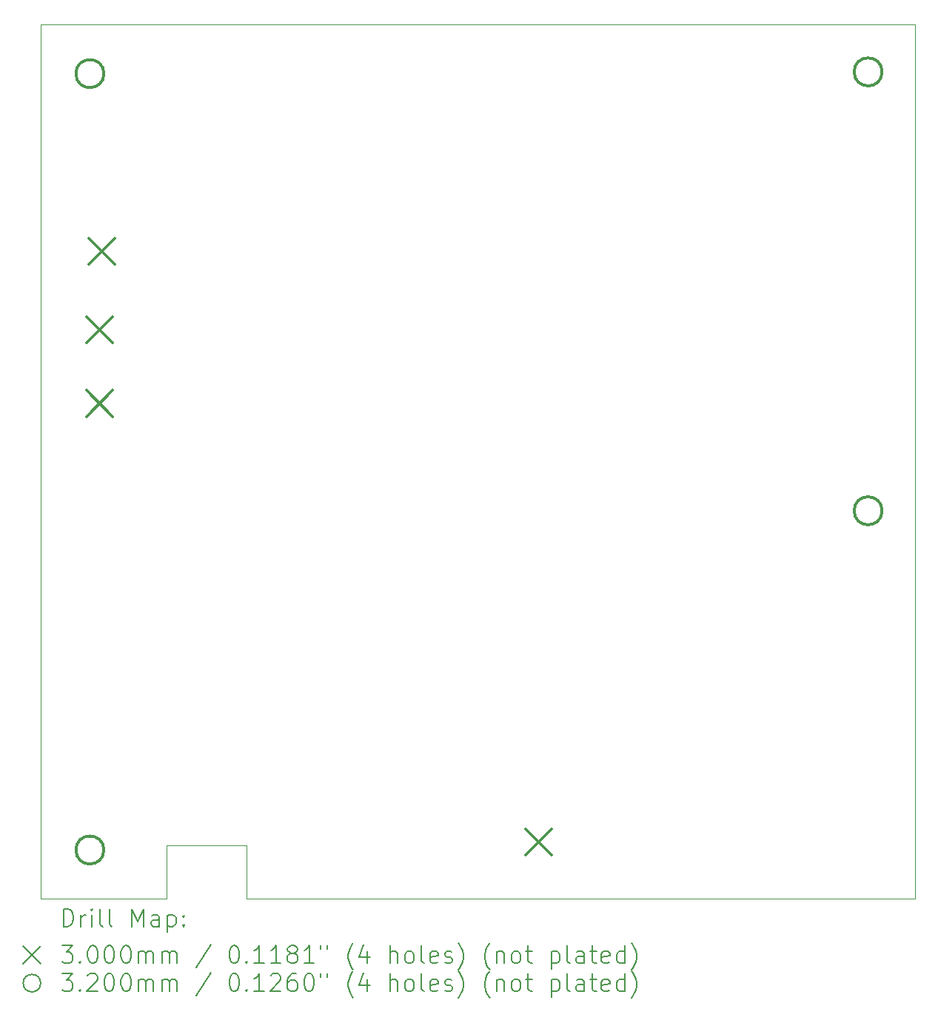
<source format=gbr>
%TF.GenerationSoftware,KiCad,Pcbnew,8.0.0*%
%TF.CreationDate,2024-03-30T16:18:15+01:00*%
%TF.ProjectId,schematic-main,73636865-6d61-4746-9963-2d6d61696e2e,rev?*%
%TF.SameCoordinates,Original*%
%TF.FileFunction,Drillmap*%
%TF.FilePolarity,Positive*%
%FSLAX45Y45*%
G04 Gerber Fmt 4.5, Leading zero omitted, Abs format (unit mm)*
G04 Created by KiCad (PCBNEW 8.0.0) date 2024-03-30 16:18:15*
%MOMM*%
%LPD*%
G01*
G04 APERTURE LIST*
%ADD10C,0.050000*%
%ADD11C,0.200000*%
%ADD12C,0.300000*%
%ADD13C,0.320000*%
G04 APERTURE END LIST*
D10*
X18500000Y-5000000D02*
X18500000Y-15000000D01*
X9940000Y-15000000D02*
X8500000Y-15000000D01*
X10850000Y-14390000D02*
X9940000Y-14390000D01*
X18500000Y-15000000D02*
X10850000Y-15000000D01*
X10850000Y-15000000D02*
X10850000Y-14390000D01*
X9940000Y-14390000D02*
X9940000Y-15000000D01*
X8500000Y-5000000D02*
X18500000Y-5000000D01*
X8500000Y-15000000D02*
X8500000Y-5000000D01*
D11*
D12*
X9021290Y-8341575D02*
X9321290Y-8641575D01*
X9321290Y-8341575D02*
X9021290Y-8641575D01*
X9021290Y-9181575D02*
X9321290Y-9481575D01*
X9321290Y-9181575D02*
X9021290Y-9481575D01*
X9047500Y-7440000D02*
X9347500Y-7740000D01*
X9347500Y-7440000D02*
X9047500Y-7740000D01*
X14041250Y-14200000D02*
X14341250Y-14500000D01*
X14341250Y-14200000D02*
X14041250Y-14500000D01*
D13*
X9220000Y-5560000D02*
G75*
G02*
X8900000Y-5560000I-160000J0D01*
G01*
X8900000Y-5560000D02*
G75*
G02*
X9220000Y-5560000I160000J0D01*
G01*
X9220000Y-14440000D02*
G75*
G02*
X8900000Y-14440000I-160000J0D01*
G01*
X8900000Y-14440000D02*
G75*
G02*
X9220000Y-14440000I160000J0D01*
G01*
X18120000Y-5540000D02*
G75*
G02*
X17800000Y-5540000I-160000J0D01*
G01*
X17800000Y-5540000D02*
G75*
G02*
X18120000Y-5540000I160000J0D01*
G01*
X18120000Y-10560000D02*
G75*
G02*
X17800000Y-10560000I-160000J0D01*
G01*
X17800000Y-10560000D02*
G75*
G02*
X18120000Y-10560000I160000J0D01*
G01*
D11*
X8758277Y-15313984D02*
X8758277Y-15113984D01*
X8758277Y-15113984D02*
X8805896Y-15113984D01*
X8805896Y-15113984D02*
X8834467Y-15123508D01*
X8834467Y-15123508D02*
X8853515Y-15142555D01*
X8853515Y-15142555D02*
X8863039Y-15161603D01*
X8863039Y-15161603D02*
X8872563Y-15199698D01*
X8872563Y-15199698D02*
X8872563Y-15228269D01*
X8872563Y-15228269D02*
X8863039Y-15266365D01*
X8863039Y-15266365D02*
X8853515Y-15285412D01*
X8853515Y-15285412D02*
X8834467Y-15304460D01*
X8834467Y-15304460D02*
X8805896Y-15313984D01*
X8805896Y-15313984D02*
X8758277Y-15313984D01*
X8958277Y-15313984D02*
X8958277Y-15180650D01*
X8958277Y-15218746D02*
X8967801Y-15199698D01*
X8967801Y-15199698D02*
X8977324Y-15190174D01*
X8977324Y-15190174D02*
X8996372Y-15180650D01*
X8996372Y-15180650D02*
X9015420Y-15180650D01*
X9082086Y-15313984D02*
X9082086Y-15180650D01*
X9082086Y-15113984D02*
X9072563Y-15123508D01*
X9072563Y-15123508D02*
X9082086Y-15133031D01*
X9082086Y-15133031D02*
X9091610Y-15123508D01*
X9091610Y-15123508D02*
X9082086Y-15113984D01*
X9082086Y-15113984D02*
X9082086Y-15133031D01*
X9205896Y-15313984D02*
X9186848Y-15304460D01*
X9186848Y-15304460D02*
X9177324Y-15285412D01*
X9177324Y-15285412D02*
X9177324Y-15113984D01*
X9310658Y-15313984D02*
X9291610Y-15304460D01*
X9291610Y-15304460D02*
X9282086Y-15285412D01*
X9282086Y-15285412D02*
X9282086Y-15113984D01*
X9539229Y-15313984D02*
X9539229Y-15113984D01*
X9539229Y-15113984D02*
X9605896Y-15256841D01*
X9605896Y-15256841D02*
X9672563Y-15113984D01*
X9672563Y-15113984D02*
X9672563Y-15313984D01*
X9853515Y-15313984D02*
X9853515Y-15209222D01*
X9853515Y-15209222D02*
X9843991Y-15190174D01*
X9843991Y-15190174D02*
X9824944Y-15180650D01*
X9824944Y-15180650D02*
X9786848Y-15180650D01*
X9786848Y-15180650D02*
X9767801Y-15190174D01*
X9853515Y-15304460D02*
X9834467Y-15313984D01*
X9834467Y-15313984D02*
X9786848Y-15313984D01*
X9786848Y-15313984D02*
X9767801Y-15304460D01*
X9767801Y-15304460D02*
X9758277Y-15285412D01*
X9758277Y-15285412D02*
X9758277Y-15266365D01*
X9758277Y-15266365D02*
X9767801Y-15247317D01*
X9767801Y-15247317D02*
X9786848Y-15237793D01*
X9786848Y-15237793D02*
X9834467Y-15237793D01*
X9834467Y-15237793D02*
X9853515Y-15228269D01*
X9948753Y-15180650D02*
X9948753Y-15380650D01*
X9948753Y-15190174D02*
X9967801Y-15180650D01*
X9967801Y-15180650D02*
X10005896Y-15180650D01*
X10005896Y-15180650D02*
X10024944Y-15190174D01*
X10024944Y-15190174D02*
X10034467Y-15199698D01*
X10034467Y-15199698D02*
X10043991Y-15218746D01*
X10043991Y-15218746D02*
X10043991Y-15275888D01*
X10043991Y-15275888D02*
X10034467Y-15294936D01*
X10034467Y-15294936D02*
X10024944Y-15304460D01*
X10024944Y-15304460D02*
X10005896Y-15313984D01*
X10005896Y-15313984D02*
X9967801Y-15313984D01*
X9967801Y-15313984D02*
X9948753Y-15304460D01*
X10129705Y-15294936D02*
X10139229Y-15304460D01*
X10139229Y-15304460D02*
X10129705Y-15313984D01*
X10129705Y-15313984D02*
X10120182Y-15304460D01*
X10120182Y-15304460D02*
X10129705Y-15294936D01*
X10129705Y-15294936D02*
X10129705Y-15313984D01*
X10129705Y-15190174D02*
X10139229Y-15199698D01*
X10139229Y-15199698D02*
X10129705Y-15209222D01*
X10129705Y-15209222D02*
X10120182Y-15199698D01*
X10120182Y-15199698D02*
X10129705Y-15190174D01*
X10129705Y-15190174D02*
X10129705Y-15209222D01*
X8297500Y-15542500D02*
X8497500Y-15742500D01*
X8497500Y-15542500D02*
X8297500Y-15742500D01*
X8739229Y-15533984D02*
X8863039Y-15533984D01*
X8863039Y-15533984D02*
X8796372Y-15610174D01*
X8796372Y-15610174D02*
X8824944Y-15610174D01*
X8824944Y-15610174D02*
X8843991Y-15619698D01*
X8843991Y-15619698D02*
X8853515Y-15629222D01*
X8853515Y-15629222D02*
X8863039Y-15648269D01*
X8863039Y-15648269D02*
X8863039Y-15695888D01*
X8863039Y-15695888D02*
X8853515Y-15714936D01*
X8853515Y-15714936D02*
X8843991Y-15724460D01*
X8843991Y-15724460D02*
X8824944Y-15733984D01*
X8824944Y-15733984D02*
X8767801Y-15733984D01*
X8767801Y-15733984D02*
X8748753Y-15724460D01*
X8748753Y-15724460D02*
X8739229Y-15714936D01*
X8948753Y-15714936D02*
X8958277Y-15724460D01*
X8958277Y-15724460D02*
X8948753Y-15733984D01*
X8948753Y-15733984D02*
X8939229Y-15724460D01*
X8939229Y-15724460D02*
X8948753Y-15714936D01*
X8948753Y-15714936D02*
X8948753Y-15733984D01*
X9082086Y-15533984D02*
X9101134Y-15533984D01*
X9101134Y-15533984D02*
X9120182Y-15543508D01*
X9120182Y-15543508D02*
X9129705Y-15553031D01*
X9129705Y-15553031D02*
X9139229Y-15572079D01*
X9139229Y-15572079D02*
X9148753Y-15610174D01*
X9148753Y-15610174D02*
X9148753Y-15657793D01*
X9148753Y-15657793D02*
X9139229Y-15695888D01*
X9139229Y-15695888D02*
X9129705Y-15714936D01*
X9129705Y-15714936D02*
X9120182Y-15724460D01*
X9120182Y-15724460D02*
X9101134Y-15733984D01*
X9101134Y-15733984D02*
X9082086Y-15733984D01*
X9082086Y-15733984D02*
X9063039Y-15724460D01*
X9063039Y-15724460D02*
X9053515Y-15714936D01*
X9053515Y-15714936D02*
X9043991Y-15695888D01*
X9043991Y-15695888D02*
X9034467Y-15657793D01*
X9034467Y-15657793D02*
X9034467Y-15610174D01*
X9034467Y-15610174D02*
X9043991Y-15572079D01*
X9043991Y-15572079D02*
X9053515Y-15553031D01*
X9053515Y-15553031D02*
X9063039Y-15543508D01*
X9063039Y-15543508D02*
X9082086Y-15533984D01*
X9272563Y-15533984D02*
X9291610Y-15533984D01*
X9291610Y-15533984D02*
X9310658Y-15543508D01*
X9310658Y-15543508D02*
X9320182Y-15553031D01*
X9320182Y-15553031D02*
X9329705Y-15572079D01*
X9329705Y-15572079D02*
X9339229Y-15610174D01*
X9339229Y-15610174D02*
X9339229Y-15657793D01*
X9339229Y-15657793D02*
X9329705Y-15695888D01*
X9329705Y-15695888D02*
X9320182Y-15714936D01*
X9320182Y-15714936D02*
X9310658Y-15724460D01*
X9310658Y-15724460D02*
X9291610Y-15733984D01*
X9291610Y-15733984D02*
X9272563Y-15733984D01*
X9272563Y-15733984D02*
X9253515Y-15724460D01*
X9253515Y-15724460D02*
X9243991Y-15714936D01*
X9243991Y-15714936D02*
X9234467Y-15695888D01*
X9234467Y-15695888D02*
X9224944Y-15657793D01*
X9224944Y-15657793D02*
X9224944Y-15610174D01*
X9224944Y-15610174D02*
X9234467Y-15572079D01*
X9234467Y-15572079D02*
X9243991Y-15553031D01*
X9243991Y-15553031D02*
X9253515Y-15543508D01*
X9253515Y-15543508D02*
X9272563Y-15533984D01*
X9463039Y-15533984D02*
X9482086Y-15533984D01*
X9482086Y-15533984D02*
X9501134Y-15543508D01*
X9501134Y-15543508D02*
X9510658Y-15553031D01*
X9510658Y-15553031D02*
X9520182Y-15572079D01*
X9520182Y-15572079D02*
X9529705Y-15610174D01*
X9529705Y-15610174D02*
X9529705Y-15657793D01*
X9529705Y-15657793D02*
X9520182Y-15695888D01*
X9520182Y-15695888D02*
X9510658Y-15714936D01*
X9510658Y-15714936D02*
X9501134Y-15724460D01*
X9501134Y-15724460D02*
X9482086Y-15733984D01*
X9482086Y-15733984D02*
X9463039Y-15733984D01*
X9463039Y-15733984D02*
X9443991Y-15724460D01*
X9443991Y-15724460D02*
X9434467Y-15714936D01*
X9434467Y-15714936D02*
X9424944Y-15695888D01*
X9424944Y-15695888D02*
X9415420Y-15657793D01*
X9415420Y-15657793D02*
X9415420Y-15610174D01*
X9415420Y-15610174D02*
X9424944Y-15572079D01*
X9424944Y-15572079D02*
X9434467Y-15553031D01*
X9434467Y-15553031D02*
X9443991Y-15543508D01*
X9443991Y-15543508D02*
X9463039Y-15533984D01*
X9615420Y-15733984D02*
X9615420Y-15600650D01*
X9615420Y-15619698D02*
X9624944Y-15610174D01*
X9624944Y-15610174D02*
X9643991Y-15600650D01*
X9643991Y-15600650D02*
X9672563Y-15600650D01*
X9672563Y-15600650D02*
X9691610Y-15610174D01*
X9691610Y-15610174D02*
X9701134Y-15629222D01*
X9701134Y-15629222D02*
X9701134Y-15733984D01*
X9701134Y-15629222D02*
X9710658Y-15610174D01*
X9710658Y-15610174D02*
X9729705Y-15600650D01*
X9729705Y-15600650D02*
X9758277Y-15600650D01*
X9758277Y-15600650D02*
X9777325Y-15610174D01*
X9777325Y-15610174D02*
X9786848Y-15629222D01*
X9786848Y-15629222D02*
X9786848Y-15733984D01*
X9882086Y-15733984D02*
X9882086Y-15600650D01*
X9882086Y-15619698D02*
X9891610Y-15610174D01*
X9891610Y-15610174D02*
X9910658Y-15600650D01*
X9910658Y-15600650D02*
X9939229Y-15600650D01*
X9939229Y-15600650D02*
X9958277Y-15610174D01*
X9958277Y-15610174D02*
X9967801Y-15629222D01*
X9967801Y-15629222D02*
X9967801Y-15733984D01*
X9967801Y-15629222D02*
X9977325Y-15610174D01*
X9977325Y-15610174D02*
X9996372Y-15600650D01*
X9996372Y-15600650D02*
X10024944Y-15600650D01*
X10024944Y-15600650D02*
X10043991Y-15610174D01*
X10043991Y-15610174D02*
X10053515Y-15629222D01*
X10053515Y-15629222D02*
X10053515Y-15733984D01*
X10443991Y-15524460D02*
X10272563Y-15781603D01*
X10701134Y-15533984D02*
X10720182Y-15533984D01*
X10720182Y-15533984D02*
X10739229Y-15543508D01*
X10739229Y-15543508D02*
X10748753Y-15553031D01*
X10748753Y-15553031D02*
X10758277Y-15572079D01*
X10758277Y-15572079D02*
X10767801Y-15610174D01*
X10767801Y-15610174D02*
X10767801Y-15657793D01*
X10767801Y-15657793D02*
X10758277Y-15695888D01*
X10758277Y-15695888D02*
X10748753Y-15714936D01*
X10748753Y-15714936D02*
X10739229Y-15724460D01*
X10739229Y-15724460D02*
X10720182Y-15733984D01*
X10720182Y-15733984D02*
X10701134Y-15733984D01*
X10701134Y-15733984D02*
X10682087Y-15724460D01*
X10682087Y-15724460D02*
X10672563Y-15714936D01*
X10672563Y-15714936D02*
X10663039Y-15695888D01*
X10663039Y-15695888D02*
X10653515Y-15657793D01*
X10653515Y-15657793D02*
X10653515Y-15610174D01*
X10653515Y-15610174D02*
X10663039Y-15572079D01*
X10663039Y-15572079D02*
X10672563Y-15553031D01*
X10672563Y-15553031D02*
X10682087Y-15543508D01*
X10682087Y-15543508D02*
X10701134Y-15533984D01*
X10853515Y-15714936D02*
X10863039Y-15724460D01*
X10863039Y-15724460D02*
X10853515Y-15733984D01*
X10853515Y-15733984D02*
X10843991Y-15724460D01*
X10843991Y-15724460D02*
X10853515Y-15714936D01*
X10853515Y-15714936D02*
X10853515Y-15733984D01*
X11053515Y-15733984D02*
X10939229Y-15733984D01*
X10996372Y-15733984D02*
X10996372Y-15533984D01*
X10996372Y-15533984D02*
X10977325Y-15562555D01*
X10977325Y-15562555D02*
X10958277Y-15581603D01*
X10958277Y-15581603D02*
X10939229Y-15591127D01*
X11243991Y-15733984D02*
X11129706Y-15733984D01*
X11186848Y-15733984D02*
X11186848Y-15533984D01*
X11186848Y-15533984D02*
X11167801Y-15562555D01*
X11167801Y-15562555D02*
X11148753Y-15581603D01*
X11148753Y-15581603D02*
X11129706Y-15591127D01*
X11358277Y-15619698D02*
X11339229Y-15610174D01*
X11339229Y-15610174D02*
X11329706Y-15600650D01*
X11329706Y-15600650D02*
X11320182Y-15581603D01*
X11320182Y-15581603D02*
X11320182Y-15572079D01*
X11320182Y-15572079D02*
X11329706Y-15553031D01*
X11329706Y-15553031D02*
X11339229Y-15543508D01*
X11339229Y-15543508D02*
X11358277Y-15533984D01*
X11358277Y-15533984D02*
X11396372Y-15533984D01*
X11396372Y-15533984D02*
X11415420Y-15543508D01*
X11415420Y-15543508D02*
X11424944Y-15553031D01*
X11424944Y-15553031D02*
X11434467Y-15572079D01*
X11434467Y-15572079D02*
X11434467Y-15581603D01*
X11434467Y-15581603D02*
X11424944Y-15600650D01*
X11424944Y-15600650D02*
X11415420Y-15610174D01*
X11415420Y-15610174D02*
X11396372Y-15619698D01*
X11396372Y-15619698D02*
X11358277Y-15619698D01*
X11358277Y-15619698D02*
X11339229Y-15629222D01*
X11339229Y-15629222D02*
X11329706Y-15638746D01*
X11329706Y-15638746D02*
X11320182Y-15657793D01*
X11320182Y-15657793D02*
X11320182Y-15695888D01*
X11320182Y-15695888D02*
X11329706Y-15714936D01*
X11329706Y-15714936D02*
X11339229Y-15724460D01*
X11339229Y-15724460D02*
X11358277Y-15733984D01*
X11358277Y-15733984D02*
X11396372Y-15733984D01*
X11396372Y-15733984D02*
X11415420Y-15724460D01*
X11415420Y-15724460D02*
X11424944Y-15714936D01*
X11424944Y-15714936D02*
X11434467Y-15695888D01*
X11434467Y-15695888D02*
X11434467Y-15657793D01*
X11434467Y-15657793D02*
X11424944Y-15638746D01*
X11424944Y-15638746D02*
X11415420Y-15629222D01*
X11415420Y-15629222D02*
X11396372Y-15619698D01*
X11624944Y-15733984D02*
X11510658Y-15733984D01*
X11567801Y-15733984D02*
X11567801Y-15533984D01*
X11567801Y-15533984D02*
X11548753Y-15562555D01*
X11548753Y-15562555D02*
X11529706Y-15581603D01*
X11529706Y-15581603D02*
X11510658Y-15591127D01*
X11701134Y-15533984D02*
X11701134Y-15572079D01*
X11777325Y-15533984D02*
X11777325Y-15572079D01*
X12072563Y-15810174D02*
X12063039Y-15800650D01*
X12063039Y-15800650D02*
X12043991Y-15772079D01*
X12043991Y-15772079D02*
X12034468Y-15753031D01*
X12034468Y-15753031D02*
X12024944Y-15724460D01*
X12024944Y-15724460D02*
X12015420Y-15676841D01*
X12015420Y-15676841D02*
X12015420Y-15638746D01*
X12015420Y-15638746D02*
X12024944Y-15591127D01*
X12024944Y-15591127D02*
X12034468Y-15562555D01*
X12034468Y-15562555D02*
X12043991Y-15543508D01*
X12043991Y-15543508D02*
X12063039Y-15514936D01*
X12063039Y-15514936D02*
X12072563Y-15505412D01*
X12234468Y-15600650D02*
X12234468Y-15733984D01*
X12186848Y-15524460D02*
X12139229Y-15667317D01*
X12139229Y-15667317D02*
X12263039Y-15667317D01*
X12491610Y-15733984D02*
X12491610Y-15533984D01*
X12577325Y-15733984D02*
X12577325Y-15629222D01*
X12577325Y-15629222D02*
X12567801Y-15610174D01*
X12567801Y-15610174D02*
X12548753Y-15600650D01*
X12548753Y-15600650D02*
X12520182Y-15600650D01*
X12520182Y-15600650D02*
X12501134Y-15610174D01*
X12501134Y-15610174D02*
X12491610Y-15619698D01*
X12701134Y-15733984D02*
X12682087Y-15724460D01*
X12682087Y-15724460D02*
X12672563Y-15714936D01*
X12672563Y-15714936D02*
X12663039Y-15695888D01*
X12663039Y-15695888D02*
X12663039Y-15638746D01*
X12663039Y-15638746D02*
X12672563Y-15619698D01*
X12672563Y-15619698D02*
X12682087Y-15610174D01*
X12682087Y-15610174D02*
X12701134Y-15600650D01*
X12701134Y-15600650D02*
X12729706Y-15600650D01*
X12729706Y-15600650D02*
X12748753Y-15610174D01*
X12748753Y-15610174D02*
X12758277Y-15619698D01*
X12758277Y-15619698D02*
X12767801Y-15638746D01*
X12767801Y-15638746D02*
X12767801Y-15695888D01*
X12767801Y-15695888D02*
X12758277Y-15714936D01*
X12758277Y-15714936D02*
X12748753Y-15724460D01*
X12748753Y-15724460D02*
X12729706Y-15733984D01*
X12729706Y-15733984D02*
X12701134Y-15733984D01*
X12882087Y-15733984D02*
X12863039Y-15724460D01*
X12863039Y-15724460D02*
X12853515Y-15705412D01*
X12853515Y-15705412D02*
X12853515Y-15533984D01*
X13034468Y-15724460D02*
X13015420Y-15733984D01*
X13015420Y-15733984D02*
X12977325Y-15733984D01*
X12977325Y-15733984D02*
X12958277Y-15724460D01*
X12958277Y-15724460D02*
X12948753Y-15705412D01*
X12948753Y-15705412D02*
X12948753Y-15629222D01*
X12948753Y-15629222D02*
X12958277Y-15610174D01*
X12958277Y-15610174D02*
X12977325Y-15600650D01*
X12977325Y-15600650D02*
X13015420Y-15600650D01*
X13015420Y-15600650D02*
X13034468Y-15610174D01*
X13034468Y-15610174D02*
X13043991Y-15629222D01*
X13043991Y-15629222D02*
X13043991Y-15648269D01*
X13043991Y-15648269D02*
X12948753Y-15667317D01*
X13120182Y-15724460D02*
X13139230Y-15733984D01*
X13139230Y-15733984D02*
X13177325Y-15733984D01*
X13177325Y-15733984D02*
X13196372Y-15724460D01*
X13196372Y-15724460D02*
X13205896Y-15705412D01*
X13205896Y-15705412D02*
X13205896Y-15695888D01*
X13205896Y-15695888D02*
X13196372Y-15676841D01*
X13196372Y-15676841D02*
X13177325Y-15667317D01*
X13177325Y-15667317D02*
X13148753Y-15667317D01*
X13148753Y-15667317D02*
X13129706Y-15657793D01*
X13129706Y-15657793D02*
X13120182Y-15638746D01*
X13120182Y-15638746D02*
X13120182Y-15629222D01*
X13120182Y-15629222D02*
X13129706Y-15610174D01*
X13129706Y-15610174D02*
X13148753Y-15600650D01*
X13148753Y-15600650D02*
X13177325Y-15600650D01*
X13177325Y-15600650D02*
X13196372Y-15610174D01*
X13272563Y-15810174D02*
X13282087Y-15800650D01*
X13282087Y-15800650D02*
X13301134Y-15772079D01*
X13301134Y-15772079D02*
X13310658Y-15753031D01*
X13310658Y-15753031D02*
X13320182Y-15724460D01*
X13320182Y-15724460D02*
X13329706Y-15676841D01*
X13329706Y-15676841D02*
X13329706Y-15638746D01*
X13329706Y-15638746D02*
X13320182Y-15591127D01*
X13320182Y-15591127D02*
X13310658Y-15562555D01*
X13310658Y-15562555D02*
X13301134Y-15543508D01*
X13301134Y-15543508D02*
X13282087Y-15514936D01*
X13282087Y-15514936D02*
X13272563Y-15505412D01*
X13634468Y-15810174D02*
X13624944Y-15800650D01*
X13624944Y-15800650D02*
X13605896Y-15772079D01*
X13605896Y-15772079D02*
X13596372Y-15753031D01*
X13596372Y-15753031D02*
X13586849Y-15724460D01*
X13586849Y-15724460D02*
X13577325Y-15676841D01*
X13577325Y-15676841D02*
X13577325Y-15638746D01*
X13577325Y-15638746D02*
X13586849Y-15591127D01*
X13586849Y-15591127D02*
X13596372Y-15562555D01*
X13596372Y-15562555D02*
X13605896Y-15543508D01*
X13605896Y-15543508D02*
X13624944Y-15514936D01*
X13624944Y-15514936D02*
X13634468Y-15505412D01*
X13710658Y-15600650D02*
X13710658Y-15733984D01*
X13710658Y-15619698D02*
X13720182Y-15610174D01*
X13720182Y-15610174D02*
X13739230Y-15600650D01*
X13739230Y-15600650D02*
X13767801Y-15600650D01*
X13767801Y-15600650D02*
X13786849Y-15610174D01*
X13786849Y-15610174D02*
X13796372Y-15629222D01*
X13796372Y-15629222D02*
X13796372Y-15733984D01*
X13920182Y-15733984D02*
X13901134Y-15724460D01*
X13901134Y-15724460D02*
X13891611Y-15714936D01*
X13891611Y-15714936D02*
X13882087Y-15695888D01*
X13882087Y-15695888D02*
X13882087Y-15638746D01*
X13882087Y-15638746D02*
X13891611Y-15619698D01*
X13891611Y-15619698D02*
X13901134Y-15610174D01*
X13901134Y-15610174D02*
X13920182Y-15600650D01*
X13920182Y-15600650D02*
X13948753Y-15600650D01*
X13948753Y-15600650D02*
X13967801Y-15610174D01*
X13967801Y-15610174D02*
X13977325Y-15619698D01*
X13977325Y-15619698D02*
X13986849Y-15638746D01*
X13986849Y-15638746D02*
X13986849Y-15695888D01*
X13986849Y-15695888D02*
X13977325Y-15714936D01*
X13977325Y-15714936D02*
X13967801Y-15724460D01*
X13967801Y-15724460D02*
X13948753Y-15733984D01*
X13948753Y-15733984D02*
X13920182Y-15733984D01*
X14043992Y-15600650D02*
X14120182Y-15600650D01*
X14072563Y-15533984D02*
X14072563Y-15705412D01*
X14072563Y-15705412D02*
X14082087Y-15724460D01*
X14082087Y-15724460D02*
X14101134Y-15733984D01*
X14101134Y-15733984D02*
X14120182Y-15733984D01*
X14339230Y-15600650D02*
X14339230Y-15800650D01*
X14339230Y-15610174D02*
X14358277Y-15600650D01*
X14358277Y-15600650D02*
X14396373Y-15600650D01*
X14396373Y-15600650D02*
X14415420Y-15610174D01*
X14415420Y-15610174D02*
X14424944Y-15619698D01*
X14424944Y-15619698D02*
X14434468Y-15638746D01*
X14434468Y-15638746D02*
X14434468Y-15695888D01*
X14434468Y-15695888D02*
X14424944Y-15714936D01*
X14424944Y-15714936D02*
X14415420Y-15724460D01*
X14415420Y-15724460D02*
X14396373Y-15733984D01*
X14396373Y-15733984D02*
X14358277Y-15733984D01*
X14358277Y-15733984D02*
X14339230Y-15724460D01*
X14548753Y-15733984D02*
X14529706Y-15724460D01*
X14529706Y-15724460D02*
X14520182Y-15705412D01*
X14520182Y-15705412D02*
X14520182Y-15533984D01*
X14710658Y-15733984D02*
X14710658Y-15629222D01*
X14710658Y-15629222D02*
X14701134Y-15610174D01*
X14701134Y-15610174D02*
X14682087Y-15600650D01*
X14682087Y-15600650D02*
X14643992Y-15600650D01*
X14643992Y-15600650D02*
X14624944Y-15610174D01*
X14710658Y-15724460D02*
X14691611Y-15733984D01*
X14691611Y-15733984D02*
X14643992Y-15733984D01*
X14643992Y-15733984D02*
X14624944Y-15724460D01*
X14624944Y-15724460D02*
X14615420Y-15705412D01*
X14615420Y-15705412D02*
X14615420Y-15686365D01*
X14615420Y-15686365D02*
X14624944Y-15667317D01*
X14624944Y-15667317D02*
X14643992Y-15657793D01*
X14643992Y-15657793D02*
X14691611Y-15657793D01*
X14691611Y-15657793D02*
X14710658Y-15648269D01*
X14777325Y-15600650D02*
X14853515Y-15600650D01*
X14805896Y-15533984D02*
X14805896Y-15705412D01*
X14805896Y-15705412D02*
X14815420Y-15724460D01*
X14815420Y-15724460D02*
X14834468Y-15733984D01*
X14834468Y-15733984D02*
X14853515Y-15733984D01*
X14996373Y-15724460D02*
X14977325Y-15733984D01*
X14977325Y-15733984D02*
X14939230Y-15733984D01*
X14939230Y-15733984D02*
X14920182Y-15724460D01*
X14920182Y-15724460D02*
X14910658Y-15705412D01*
X14910658Y-15705412D02*
X14910658Y-15629222D01*
X14910658Y-15629222D02*
X14920182Y-15610174D01*
X14920182Y-15610174D02*
X14939230Y-15600650D01*
X14939230Y-15600650D02*
X14977325Y-15600650D01*
X14977325Y-15600650D02*
X14996373Y-15610174D01*
X14996373Y-15610174D02*
X15005896Y-15629222D01*
X15005896Y-15629222D02*
X15005896Y-15648269D01*
X15005896Y-15648269D02*
X14910658Y-15667317D01*
X15177325Y-15733984D02*
X15177325Y-15533984D01*
X15177325Y-15724460D02*
X15158277Y-15733984D01*
X15158277Y-15733984D02*
X15120182Y-15733984D01*
X15120182Y-15733984D02*
X15101134Y-15724460D01*
X15101134Y-15724460D02*
X15091611Y-15714936D01*
X15091611Y-15714936D02*
X15082087Y-15695888D01*
X15082087Y-15695888D02*
X15082087Y-15638746D01*
X15082087Y-15638746D02*
X15091611Y-15619698D01*
X15091611Y-15619698D02*
X15101134Y-15610174D01*
X15101134Y-15610174D02*
X15120182Y-15600650D01*
X15120182Y-15600650D02*
X15158277Y-15600650D01*
X15158277Y-15600650D02*
X15177325Y-15610174D01*
X15253515Y-15810174D02*
X15263039Y-15800650D01*
X15263039Y-15800650D02*
X15282087Y-15772079D01*
X15282087Y-15772079D02*
X15291611Y-15753031D01*
X15291611Y-15753031D02*
X15301134Y-15724460D01*
X15301134Y-15724460D02*
X15310658Y-15676841D01*
X15310658Y-15676841D02*
X15310658Y-15638746D01*
X15310658Y-15638746D02*
X15301134Y-15591127D01*
X15301134Y-15591127D02*
X15291611Y-15562555D01*
X15291611Y-15562555D02*
X15282087Y-15543508D01*
X15282087Y-15543508D02*
X15263039Y-15514936D01*
X15263039Y-15514936D02*
X15253515Y-15505412D01*
X8497500Y-15962500D02*
G75*
G02*
X8297500Y-15962500I-100000J0D01*
G01*
X8297500Y-15962500D02*
G75*
G02*
X8497500Y-15962500I100000J0D01*
G01*
X8739229Y-15853984D02*
X8863039Y-15853984D01*
X8863039Y-15853984D02*
X8796372Y-15930174D01*
X8796372Y-15930174D02*
X8824944Y-15930174D01*
X8824944Y-15930174D02*
X8843991Y-15939698D01*
X8843991Y-15939698D02*
X8853515Y-15949222D01*
X8853515Y-15949222D02*
X8863039Y-15968269D01*
X8863039Y-15968269D02*
X8863039Y-16015888D01*
X8863039Y-16015888D02*
X8853515Y-16034936D01*
X8853515Y-16034936D02*
X8843991Y-16044460D01*
X8843991Y-16044460D02*
X8824944Y-16053984D01*
X8824944Y-16053984D02*
X8767801Y-16053984D01*
X8767801Y-16053984D02*
X8748753Y-16044460D01*
X8748753Y-16044460D02*
X8739229Y-16034936D01*
X8948753Y-16034936D02*
X8958277Y-16044460D01*
X8958277Y-16044460D02*
X8948753Y-16053984D01*
X8948753Y-16053984D02*
X8939229Y-16044460D01*
X8939229Y-16044460D02*
X8948753Y-16034936D01*
X8948753Y-16034936D02*
X8948753Y-16053984D01*
X9034467Y-15873031D02*
X9043991Y-15863508D01*
X9043991Y-15863508D02*
X9063039Y-15853984D01*
X9063039Y-15853984D02*
X9110658Y-15853984D01*
X9110658Y-15853984D02*
X9129705Y-15863508D01*
X9129705Y-15863508D02*
X9139229Y-15873031D01*
X9139229Y-15873031D02*
X9148753Y-15892079D01*
X9148753Y-15892079D02*
X9148753Y-15911127D01*
X9148753Y-15911127D02*
X9139229Y-15939698D01*
X9139229Y-15939698D02*
X9024944Y-16053984D01*
X9024944Y-16053984D02*
X9148753Y-16053984D01*
X9272563Y-15853984D02*
X9291610Y-15853984D01*
X9291610Y-15853984D02*
X9310658Y-15863508D01*
X9310658Y-15863508D02*
X9320182Y-15873031D01*
X9320182Y-15873031D02*
X9329705Y-15892079D01*
X9329705Y-15892079D02*
X9339229Y-15930174D01*
X9339229Y-15930174D02*
X9339229Y-15977793D01*
X9339229Y-15977793D02*
X9329705Y-16015888D01*
X9329705Y-16015888D02*
X9320182Y-16034936D01*
X9320182Y-16034936D02*
X9310658Y-16044460D01*
X9310658Y-16044460D02*
X9291610Y-16053984D01*
X9291610Y-16053984D02*
X9272563Y-16053984D01*
X9272563Y-16053984D02*
X9253515Y-16044460D01*
X9253515Y-16044460D02*
X9243991Y-16034936D01*
X9243991Y-16034936D02*
X9234467Y-16015888D01*
X9234467Y-16015888D02*
X9224944Y-15977793D01*
X9224944Y-15977793D02*
X9224944Y-15930174D01*
X9224944Y-15930174D02*
X9234467Y-15892079D01*
X9234467Y-15892079D02*
X9243991Y-15873031D01*
X9243991Y-15873031D02*
X9253515Y-15863508D01*
X9253515Y-15863508D02*
X9272563Y-15853984D01*
X9463039Y-15853984D02*
X9482086Y-15853984D01*
X9482086Y-15853984D02*
X9501134Y-15863508D01*
X9501134Y-15863508D02*
X9510658Y-15873031D01*
X9510658Y-15873031D02*
X9520182Y-15892079D01*
X9520182Y-15892079D02*
X9529705Y-15930174D01*
X9529705Y-15930174D02*
X9529705Y-15977793D01*
X9529705Y-15977793D02*
X9520182Y-16015888D01*
X9520182Y-16015888D02*
X9510658Y-16034936D01*
X9510658Y-16034936D02*
X9501134Y-16044460D01*
X9501134Y-16044460D02*
X9482086Y-16053984D01*
X9482086Y-16053984D02*
X9463039Y-16053984D01*
X9463039Y-16053984D02*
X9443991Y-16044460D01*
X9443991Y-16044460D02*
X9434467Y-16034936D01*
X9434467Y-16034936D02*
X9424944Y-16015888D01*
X9424944Y-16015888D02*
X9415420Y-15977793D01*
X9415420Y-15977793D02*
X9415420Y-15930174D01*
X9415420Y-15930174D02*
X9424944Y-15892079D01*
X9424944Y-15892079D02*
X9434467Y-15873031D01*
X9434467Y-15873031D02*
X9443991Y-15863508D01*
X9443991Y-15863508D02*
X9463039Y-15853984D01*
X9615420Y-16053984D02*
X9615420Y-15920650D01*
X9615420Y-15939698D02*
X9624944Y-15930174D01*
X9624944Y-15930174D02*
X9643991Y-15920650D01*
X9643991Y-15920650D02*
X9672563Y-15920650D01*
X9672563Y-15920650D02*
X9691610Y-15930174D01*
X9691610Y-15930174D02*
X9701134Y-15949222D01*
X9701134Y-15949222D02*
X9701134Y-16053984D01*
X9701134Y-15949222D02*
X9710658Y-15930174D01*
X9710658Y-15930174D02*
X9729705Y-15920650D01*
X9729705Y-15920650D02*
X9758277Y-15920650D01*
X9758277Y-15920650D02*
X9777325Y-15930174D01*
X9777325Y-15930174D02*
X9786848Y-15949222D01*
X9786848Y-15949222D02*
X9786848Y-16053984D01*
X9882086Y-16053984D02*
X9882086Y-15920650D01*
X9882086Y-15939698D02*
X9891610Y-15930174D01*
X9891610Y-15930174D02*
X9910658Y-15920650D01*
X9910658Y-15920650D02*
X9939229Y-15920650D01*
X9939229Y-15920650D02*
X9958277Y-15930174D01*
X9958277Y-15930174D02*
X9967801Y-15949222D01*
X9967801Y-15949222D02*
X9967801Y-16053984D01*
X9967801Y-15949222D02*
X9977325Y-15930174D01*
X9977325Y-15930174D02*
X9996372Y-15920650D01*
X9996372Y-15920650D02*
X10024944Y-15920650D01*
X10024944Y-15920650D02*
X10043991Y-15930174D01*
X10043991Y-15930174D02*
X10053515Y-15949222D01*
X10053515Y-15949222D02*
X10053515Y-16053984D01*
X10443991Y-15844460D02*
X10272563Y-16101603D01*
X10701134Y-15853984D02*
X10720182Y-15853984D01*
X10720182Y-15853984D02*
X10739229Y-15863508D01*
X10739229Y-15863508D02*
X10748753Y-15873031D01*
X10748753Y-15873031D02*
X10758277Y-15892079D01*
X10758277Y-15892079D02*
X10767801Y-15930174D01*
X10767801Y-15930174D02*
X10767801Y-15977793D01*
X10767801Y-15977793D02*
X10758277Y-16015888D01*
X10758277Y-16015888D02*
X10748753Y-16034936D01*
X10748753Y-16034936D02*
X10739229Y-16044460D01*
X10739229Y-16044460D02*
X10720182Y-16053984D01*
X10720182Y-16053984D02*
X10701134Y-16053984D01*
X10701134Y-16053984D02*
X10682087Y-16044460D01*
X10682087Y-16044460D02*
X10672563Y-16034936D01*
X10672563Y-16034936D02*
X10663039Y-16015888D01*
X10663039Y-16015888D02*
X10653515Y-15977793D01*
X10653515Y-15977793D02*
X10653515Y-15930174D01*
X10653515Y-15930174D02*
X10663039Y-15892079D01*
X10663039Y-15892079D02*
X10672563Y-15873031D01*
X10672563Y-15873031D02*
X10682087Y-15863508D01*
X10682087Y-15863508D02*
X10701134Y-15853984D01*
X10853515Y-16034936D02*
X10863039Y-16044460D01*
X10863039Y-16044460D02*
X10853515Y-16053984D01*
X10853515Y-16053984D02*
X10843991Y-16044460D01*
X10843991Y-16044460D02*
X10853515Y-16034936D01*
X10853515Y-16034936D02*
X10853515Y-16053984D01*
X11053515Y-16053984D02*
X10939229Y-16053984D01*
X10996372Y-16053984D02*
X10996372Y-15853984D01*
X10996372Y-15853984D02*
X10977325Y-15882555D01*
X10977325Y-15882555D02*
X10958277Y-15901603D01*
X10958277Y-15901603D02*
X10939229Y-15911127D01*
X11129706Y-15873031D02*
X11139229Y-15863508D01*
X11139229Y-15863508D02*
X11158277Y-15853984D01*
X11158277Y-15853984D02*
X11205896Y-15853984D01*
X11205896Y-15853984D02*
X11224944Y-15863508D01*
X11224944Y-15863508D02*
X11234467Y-15873031D01*
X11234467Y-15873031D02*
X11243991Y-15892079D01*
X11243991Y-15892079D02*
X11243991Y-15911127D01*
X11243991Y-15911127D02*
X11234467Y-15939698D01*
X11234467Y-15939698D02*
X11120182Y-16053984D01*
X11120182Y-16053984D02*
X11243991Y-16053984D01*
X11415420Y-15853984D02*
X11377325Y-15853984D01*
X11377325Y-15853984D02*
X11358277Y-15863508D01*
X11358277Y-15863508D02*
X11348753Y-15873031D01*
X11348753Y-15873031D02*
X11329706Y-15901603D01*
X11329706Y-15901603D02*
X11320182Y-15939698D01*
X11320182Y-15939698D02*
X11320182Y-16015888D01*
X11320182Y-16015888D02*
X11329706Y-16034936D01*
X11329706Y-16034936D02*
X11339229Y-16044460D01*
X11339229Y-16044460D02*
X11358277Y-16053984D01*
X11358277Y-16053984D02*
X11396372Y-16053984D01*
X11396372Y-16053984D02*
X11415420Y-16044460D01*
X11415420Y-16044460D02*
X11424944Y-16034936D01*
X11424944Y-16034936D02*
X11434467Y-16015888D01*
X11434467Y-16015888D02*
X11434467Y-15968269D01*
X11434467Y-15968269D02*
X11424944Y-15949222D01*
X11424944Y-15949222D02*
X11415420Y-15939698D01*
X11415420Y-15939698D02*
X11396372Y-15930174D01*
X11396372Y-15930174D02*
X11358277Y-15930174D01*
X11358277Y-15930174D02*
X11339229Y-15939698D01*
X11339229Y-15939698D02*
X11329706Y-15949222D01*
X11329706Y-15949222D02*
X11320182Y-15968269D01*
X11558277Y-15853984D02*
X11577325Y-15853984D01*
X11577325Y-15853984D02*
X11596372Y-15863508D01*
X11596372Y-15863508D02*
X11605896Y-15873031D01*
X11605896Y-15873031D02*
X11615420Y-15892079D01*
X11615420Y-15892079D02*
X11624944Y-15930174D01*
X11624944Y-15930174D02*
X11624944Y-15977793D01*
X11624944Y-15977793D02*
X11615420Y-16015888D01*
X11615420Y-16015888D02*
X11605896Y-16034936D01*
X11605896Y-16034936D02*
X11596372Y-16044460D01*
X11596372Y-16044460D02*
X11577325Y-16053984D01*
X11577325Y-16053984D02*
X11558277Y-16053984D01*
X11558277Y-16053984D02*
X11539229Y-16044460D01*
X11539229Y-16044460D02*
X11529706Y-16034936D01*
X11529706Y-16034936D02*
X11520182Y-16015888D01*
X11520182Y-16015888D02*
X11510658Y-15977793D01*
X11510658Y-15977793D02*
X11510658Y-15930174D01*
X11510658Y-15930174D02*
X11520182Y-15892079D01*
X11520182Y-15892079D02*
X11529706Y-15873031D01*
X11529706Y-15873031D02*
X11539229Y-15863508D01*
X11539229Y-15863508D02*
X11558277Y-15853984D01*
X11701134Y-15853984D02*
X11701134Y-15892079D01*
X11777325Y-15853984D02*
X11777325Y-15892079D01*
X12072563Y-16130174D02*
X12063039Y-16120650D01*
X12063039Y-16120650D02*
X12043991Y-16092079D01*
X12043991Y-16092079D02*
X12034468Y-16073031D01*
X12034468Y-16073031D02*
X12024944Y-16044460D01*
X12024944Y-16044460D02*
X12015420Y-15996841D01*
X12015420Y-15996841D02*
X12015420Y-15958746D01*
X12015420Y-15958746D02*
X12024944Y-15911127D01*
X12024944Y-15911127D02*
X12034468Y-15882555D01*
X12034468Y-15882555D02*
X12043991Y-15863508D01*
X12043991Y-15863508D02*
X12063039Y-15834936D01*
X12063039Y-15834936D02*
X12072563Y-15825412D01*
X12234468Y-15920650D02*
X12234468Y-16053984D01*
X12186848Y-15844460D02*
X12139229Y-15987317D01*
X12139229Y-15987317D02*
X12263039Y-15987317D01*
X12491610Y-16053984D02*
X12491610Y-15853984D01*
X12577325Y-16053984D02*
X12577325Y-15949222D01*
X12577325Y-15949222D02*
X12567801Y-15930174D01*
X12567801Y-15930174D02*
X12548753Y-15920650D01*
X12548753Y-15920650D02*
X12520182Y-15920650D01*
X12520182Y-15920650D02*
X12501134Y-15930174D01*
X12501134Y-15930174D02*
X12491610Y-15939698D01*
X12701134Y-16053984D02*
X12682087Y-16044460D01*
X12682087Y-16044460D02*
X12672563Y-16034936D01*
X12672563Y-16034936D02*
X12663039Y-16015888D01*
X12663039Y-16015888D02*
X12663039Y-15958746D01*
X12663039Y-15958746D02*
X12672563Y-15939698D01*
X12672563Y-15939698D02*
X12682087Y-15930174D01*
X12682087Y-15930174D02*
X12701134Y-15920650D01*
X12701134Y-15920650D02*
X12729706Y-15920650D01*
X12729706Y-15920650D02*
X12748753Y-15930174D01*
X12748753Y-15930174D02*
X12758277Y-15939698D01*
X12758277Y-15939698D02*
X12767801Y-15958746D01*
X12767801Y-15958746D02*
X12767801Y-16015888D01*
X12767801Y-16015888D02*
X12758277Y-16034936D01*
X12758277Y-16034936D02*
X12748753Y-16044460D01*
X12748753Y-16044460D02*
X12729706Y-16053984D01*
X12729706Y-16053984D02*
X12701134Y-16053984D01*
X12882087Y-16053984D02*
X12863039Y-16044460D01*
X12863039Y-16044460D02*
X12853515Y-16025412D01*
X12853515Y-16025412D02*
X12853515Y-15853984D01*
X13034468Y-16044460D02*
X13015420Y-16053984D01*
X13015420Y-16053984D02*
X12977325Y-16053984D01*
X12977325Y-16053984D02*
X12958277Y-16044460D01*
X12958277Y-16044460D02*
X12948753Y-16025412D01*
X12948753Y-16025412D02*
X12948753Y-15949222D01*
X12948753Y-15949222D02*
X12958277Y-15930174D01*
X12958277Y-15930174D02*
X12977325Y-15920650D01*
X12977325Y-15920650D02*
X13015420Y-15920650D01*
X13015420Y-15920650D02*
X13034468Y-15930174D01*
X13034468Y-15930174D02*
X13043991Y-15949222D01*
X13043991Y-15949222D02*
X13043991Y-15968269D01*
X13043991Y-15968269D02*
X12948753Y-15987317D01*
X13120182Y-16044460D02*
X13139230Y-16053984D01*
X13139230Y-16053984D02*
X13177325Y-16053984D01*
X13177325Y-16053984D02*
X13196372Y-16044460D01*
X13196372Y-16044460D02*
X13205896Y-16025412D01*
X13205896Y-16025412D02*
X13205896Y-16015888D01*
X13205896Y-16015888D02*
X13196372Y-15996841D01*
X13196372Y-15996841D02*
X13177325Y-15987317D01*
X13177325Y-15987317D02*
X13148753Y-15987317D01*
X13148753Y-15987317D02*
X13129706Y-15977793D01*
X13129706Y-15977793D02*
X13120182Y-15958746D01*
X13120182Y-15958746D02*
X13120182Y-15949222D01*
X13120182Y-15949222D02*
X13129706Y-15930174D01*
X13129706Y-15930174D02*
X13148753Y-15920650D01*
X13148753Y-15920650D02*
X13177325Y-15920650D01*
X13177325Y-15920650D02*
X13196372Y-15930174D01*
X13272563Y-16130174D02*
X13282087Y-16120650D01*
X13282087Y-16120650D02*
X13301134Y-16092079D01*
X13301134Y-16092079D02*
X13310658Y-16073031D01*
X13310658Y-16073031D02*
X13320182Y-16044460D01*
X13320182Y-16044460D02*
X13329706Y-15996841D01*
X13329706Y-15996841D02*
X13329706Y-15958746D01*
X13329706Y-15958746D02*
X13320182Y-15911127D01*
X13320182Y-15911127D02*
X13310658Y-15882555D01*
X13310658Y-15882555D02*
X13301134Y-15863508D01*
X13301134Y-15863508D02*
X13282087Y-15834936D01*
X13282087Y-15834936D02*
X13272563Y-15825412D01*
X13634468Y-16130174D02*
X13624944Y-16120650D01*
X13624944Y-16120650D02*
X13605896Y-16092079D01*
X13605896Y-16092079D02*
X13596372Y-16073031D01*
X13596372Y-16073031D02*
X13586849Y-16044460D01*
X13586849Y-16044460D02*
X13577325Y-15996841D01*
X13577325Y-15996841D02*
X13577325Y-15958746D01*
X13577325Y-15958746D02*
X13586849Y-15911127D01*
X13586849Y-15911127D02*
X13596372Y-15882555D01*
X13596372Y-15882555D02*
X13605896Y-15863508D01*
X13605896Y-15863508D02*
X13624944Y-15834936D01*
X13624944Y-15834936D02*
X13634468Y-15825412D01*
X13710658Y-15920650D02*
X13710658Y-16053984D01*
X13710658Y-15939698D02*
X13720182Y-15930174D01*
X13720182Y-15930174D02*
X13739230Y-15920650D01*
X13739230Y-15920650D02*
X13767801Y-15920650D01*
X13767801Y-15920650D02*
X13786849Y-15930174D01*
X13786849Y-15930174D02*
X13796372Y-15949222D01*
X13796372Y-15949222D02*
X13796372Y-16053984D01*
X13920182Y-16053984D02*
X13901134Y-16044460D01*
X13901134Y-16044460D02*
X13891611Y-16034936D01*
X13891611Y-16034936D02*
X13882087Y-16015888D01*
X13882087Y-16015888D02*
X13882087Y-15958746D01*
X13882087Y-15958746D02*
X13891611Y-15939698D01*
X13891611Y-15939698D02*
X13901134Y-15930174D01*
X13901134Y-15930174D02*
X13920182Y-15920650D01*
X13920182Y-15920650D02*
X13948753Y-15920650D01*
X13948753Y-15920650D02*
X13967801Y-15930174D01*
X13967801Y-15930174D02*
X13977325Y-15939698D01*
X13977325Y-15939698D02*
X13986849Y-15958746D01*
X13986849Y-15958746D02*
X13986849Y-16015888D01*
X13986849Y-16015888D02*
X13977325Y-16034936D01*
X13977325Y-16034936D02*
X13967801Y-16044460D01*
X13967801Y-16044460D02*
X13948753Y-16053984D01*
X13948753Y-16053984D02*
X13920182Y-16053984D01*
X14043992Y-15920650D02*
X14120182Y-15920650D01*
X14072563Y-15853984D02*
X14072563Y-16025412D01*
X14072563Y-16025412D02*
X14082087Y-16044460D01*
X14082087Y-16044460D02*
X14101134Y-16053984D01*
X14101134Y-16053984D02*
X14120182Y-16053984D01*
X14339230Y-15920650D02*
X14339230Y-16120650D01*
X14339230Y-15930174D02*
X14358277Y-15920650D01*
X14358277Y-15920650D02*
X14396373Y-15920650D01*
X14396373Y-15920650D02*
X14415420Y-15930174D01*
X14415420Y-15930174D02*
X14424944Y-15939698D01*
X14424944Y-15939698D02*
X14434468Y-15958746D01*
X14434468Y-15958746D02*
X14434468Y-16015888D01*
X14434468Y-16015888D02*
X14424944Y-16034936D01*
X14424944Y-16034936D02*
X14415420Y-16044460D01*
X14415420Y-16044460D02*
X14396373Y-16053984D01*
X14396373Y-16053984D02*
X14358277Y-16053984D01*
X14358277Y-16053984D02*
X14339230Y-16044460D01*
X14548753Y-16053984D02*
X14529706Y-16044460D01*
X14529706Y-16044460D02*
X14520182Y-16025412D01*
X14520182Y-16025412D02*
X14520182Y-15853984D01*
X14710658Y-16053984D02*
X14710658Y-15949222D01*
X14710658Y-15949222D02*
X14701134Y-15930174D01*
X14701134Y-15930174D02*
X14682087Y-15920650D01*
X14682087Y-15920650D02*
X14643992Y-15920650D01*
X14643992Y-15920650D02*
X14624944Y-15930174D01*
X14710658Y-16044460D02*
X14691611Y-16053984D01*
X14691611Y-16053984D02*
X14643992Y-16053984D01*
X14643992Y-16053984D02*
X14624944Y-16044460D01*
X14624944Y-16044460D02*
X14615420Y-16025412D01*
X14615420Y-16025412D02*
X14615420Y-16006365D01*
X14615420Y-16006365D02*
X14624944Y-15987317D01*
X14624944Y-15987317D02*
X14643992Y-15977793D01*
X14643992Y-15977793D02*
X14691611Y-15977793D01*
X14691611Y-15977793D02*
X14710658Y-15968269D01*
X14777325Y-15920650D02*
X14853515Y-15920650D01*
X14805896Y-15853984D02*
X14805896Y-16025412D01*
X14805896Y-16025412D02*
X14815420Y-16044460D01*
X14815420Y-16044460D02*
X14834468Y-16053984D01*
X14834468Y-16053984D02*
X14853515Y-16053984D01*
X14996373Y-16044460D02*
X14977325Y-16053984D01*
X14977325Y-16053984D02*
X14939230Y-16053984D01*
X14939230Y-16053984D02*
X14920182Y-16044460D01*
X14920182Y-16044460D02*
X14910658Y-16025412D01*
X14910658Y-16025412D02*
X14910658Y-15949222D01*
X14910658Y-15949222D02*
X14920182Y-15930174D01*
X14920182Y-15930174D02*
X14939230Y-15920650D01*
X14939230Y-15920650D02*
X14977325Y-15920650D01*
X14977325Y-15920650D02*
X14996373Y-15930174D01*
X14996373Y-15930174D02*
X15005896Y-15949222D01*
X15005896Y-15949222D02*
X15005896Y-15968269D01*
X15005896Y-15968269D02*
X14910658Y-15987317D01*
X15177325Y-16053984D02*
X15177325Y-15853984D01*
X15177325Y-16044460D02*
X15158277Y-16053984D01*
X15158277Y-16053984D02*
X15120182Y-16053984D01*
X15120182Y-16053984D02*
X15101134Y-16044460D01*
X15101134Y-16044460D02*
X15091611Y-16034936D01*
X15091611Y-16034936D02*
X15082087Y-16015888D01*
X15082087Y-16015888D02*
X15082087Y-15958746D01*
X15082087Y-15958746D02*
X15091611Y-15939698D01*
X15091611Y-15939698D02*
X15101134Y-15930174D01*
X15101134Y-15930174D02*
X15120182Y-15920650D01*
X15120182Y-15920650D02*
X15158277Y-15920650D01*
X15158277Y-15920650D02*
X15177325Y-15930174D01*
X15253515Y-16130174D02*
X15263039Y-16120650D01*
X15263039Y-16120650D02*
X15282087Y-16092079D01*
X15282087Y-16092079D02*
X15291611Y-16073031D01*
X15291611Y-16073031D02*
X15301134Y-16044460D01*
X15301134Y-16044460D02*
X15310658Y-15996841D01*
X15310658Y-15996841D02*
X15310658Y-15958746D01*
X15310658Y-15958746D02*
X15301134Y-15911127D01*
X15301134Y-15911127D02*
X15291611Y-15882555D01*
X15291611Y-15882555D02*
X15282087Y-15863508D01*
X15282087Y-15863508D02*
X15263039Y-15834936D01*
X15263039Y-15834936D02*
X15253515Y-15825412D01*
M02*

</source>
